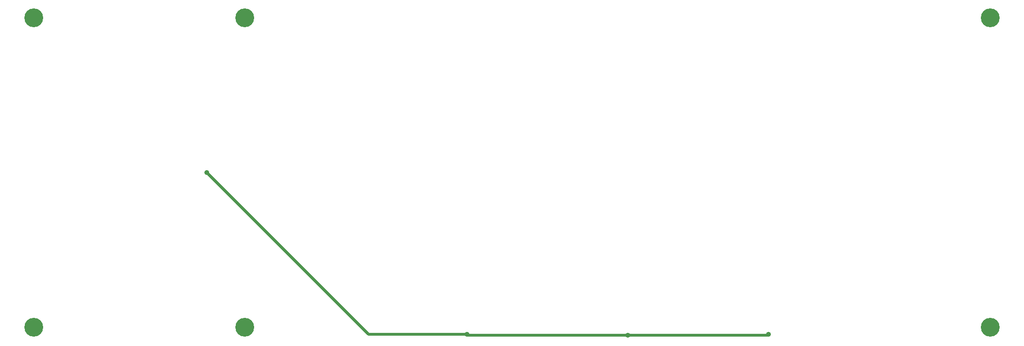
<source format=gbl>
G04 (created by PCBNEW-RS274X (2011-05-25)-stable) date Thu 08 Nov 2012 01:14:11 PM PST*
G01*
G70*
G90*
%MOIN*%
G04 Gerber Fmt 3.4, Leading zero omitted, Abs format*
%FSLAX34Y34*%
G04 APERTURE LIST*
%ADD10C,0.006000*%
%ADD11C,0.133900*%
%ADD12C,0.035000*%
%ADD13C,0.020000*%
G04 APERTURE END LIST*
G54D10*
G54D11*
X20685Y-58055D03*
X35685Y-58055D03*
X88685Y-58055D03*
X88685Y-36039D03*
X35685Y-36039D03*
X20685Y-36039D03*
G54D12*
X51477Y-58533D03*
X32998Y-47047D03*
X62912Y-58622D03*
X72913Y-58541D03*
G54D13*
X44484Y-58533D02*
X51477Y-58533D01*
X32998Y-47047D02*
X44484Y-58533D01*
X51566Y-58622D02*
X62912Y-58622D01*
X51477Y-58533D02*
X51566Y-58622D01*
X72832Y-58622D02*
X72913Y-58541D01*
X62912Y-58622D02*
X72832Y-58622D01*
M02*

</source>
